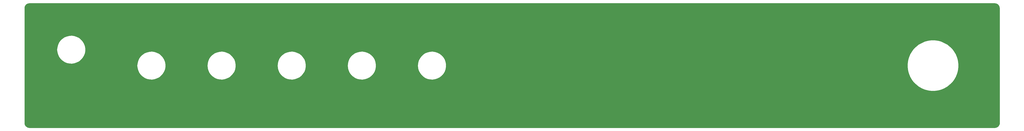
<source format=gtl>
G04 #@! TF.GenerationSoftware,KiCad,Pcbnew,5.1.10-88a1d61d58~90~ubuntu20.04.1*
G04 #@! TF.CreationDate,2021-08-11T09:12:16-04:00*
G04 #@! TF.ProjectId,single_ended_tube_amp_faceplate,73696e67-6c65-45f6-956e-6465645f7475,rev?*
G04 #@! TF.SameCoordinates,Original*
G04 #@! TF.FileFunction,Copper,L1,Top*
G04 #@! TF.FilePolarity,Positive*
%FSLAX46Y46*%
G04 Gerber Fmt 4.6, Leading zero omitted, Abs format (unit mm)*
G04 Created by KiCad (PCBNEW 5.1.10-88a1d61d58~90~ubuntu20.04.1) date 2021-08-11 09:12:16*
%MOMM*%
%LPD*%
G01*
G04 APERTURE LIST*
G04 #@! TA.AperFunction,NonConductor*
%ADD10C,0.254000*%
G04 #@! TD*
G04 #@! TA.AperFunction,NonConductor*
%ADD11C,0.150000*%
G04 #@! TD*
G04 APERTURE END LIST*
D10*
X385174545Y-698909D02*
X385525208Y-804780D01*
X385848625Y-976744D01*
X386132484Y-1208254D01*
X386365965Y-1490486D01*
X386540183Y-1812695D01*
X386648502Y-2162614D01*
X386690001Y-2557452D01*
X386690000Y-48227721D01*
X386651091Y-48624545D01*
X386545220Y-48975206D01*
X386373257Y-49298623D01*
X386141748Y-49582482D01*
X385859514Y-49815965D01*
X385537304Y-49990184D01*
X385187385Y-50098502D01*
X384792557Y-50140000D01*
X2572279Y-50140000D01*
X2175455Y-50101091D01*
X1824794Y-49995220D01*
X1501377Y-49823257D01*
X1217518Y-49591748D01*
X984035Y-49309514D01*
X809816Y-48987304D01*
X701498Y-48637385D01*
X660000Y-48242557D01*
X660000Y-25400000D01*
X45103500Y-25400000D01*
X45195045Y-26417149D01*
X45466738Y-27401607D01*
X45909846Y-28321731D01*
X46510128Y-29147948D01*
X47248290Y-29853703D01*
X48100607Y-30416312D01*
X49039685Y-30817693D01*
X50035340Y-31044945D01*
X51055573Y-31090764D01*
X52067591Y-30953677D01*
X53038867Y-30638090D01*
X53938185Y-30154147D01*
X54736638Y-29517401D01*
X55408565Y-28748319D01*
X55932369Y-27871619D01*
X56291214Y-26915479D01*
X56473568Y-25910630D01*
X56473568Y-25400000D01*
X72884750Y-25400000D01*
X72976295Y-26417149D01*
X73247988Y-27401607D01*
X73691096Y-28321731D01*
X74291378Y-29147948D01*
X75029540Y-29853703D01*
X75881857Y-30416312D01*
X76820935Y-30817693D01*
X77816590Y-31044945D01*
X78836823Y-31090764D01*
X79848841Y-30953677D01*
X80820117Y-30638090D01*
X81719435Y-30154147D01*
X82517888Y-29517401D01*
X83189815Y-28748319D01*
X83713619Y-27871619D01*
X84072464Y-26915479D01*
X84254818Y-25910630D01*
X84254818Y-25400000D01*
X100666000Y-25400000D01*
X100757545Y-26417149D01*
X101029238Y-27401607D01*
X101472346Y-28321731D01*
X102072628Y-29147948D01*
X102810790Y-29853703D01*
X103663107Y-30416312D01*
X104602185Y-30817693D01*
X105597840Y-31044945D01*
X106618073Y-31090764D01*
X107630091Y-30953677D01*
X108601367Y-30638090D01*
X109500685Y-30154147D01*
X110299138Y-29517401D01*
X110971065Y-28748319D01*
X111494869Y-27871619D01*
X111853714Y-26915479D01*
X112036068Y-25910630D01*
X112036068Y-25400000D01*
X128447250Y-25400000D01*
X128538795Y-26417149D01*
X128810488Y-27401607D01*
X129253596Y-28321731D01*
X129853878Y-29147948D01*
X130592040Y-29853703D01*
X131444357Y-30416312D01*
X132383435Y-30817693D01*
X133379090Y-31044945D01*
X134399323Y-31090764D01*
X135411341Y-30953677D01*
X136382617Y-30638090D01*
X137281935Y-30154147D01*
X138080388Y-29517401D01*
X138752315Y-28748319D01*
X139276119Y-27871619D01*
X139634964Y-26915479D01*
X139817318Y-25910630D01*
X139817318Y-25400000D01*
X156228500Y-25400000D01*
X156320045Y-26417149D01*
X156591738Y-27401607D01*
X157034846Y-28321731D01*
X157635128Y-29147948D01*
X158373290Y-29853703D01*
X159225607Y-30416312D01*
X160164685Y-30817693D01*
X161160340Y-31044945D01*
X162180573Y-31090764D01*
X163192591Y-30953677D01*
X164163867Y-30638090D01*
X165063185Y-30154147D01*
X165861638Y-29517401D01*
X166533565Y-28748319D01*
X167057369Y-27871619D01*
X167416214Y-26915479D01*
X167598568Y-25910630D01*
X167598568Y-24889370D01*
X167570112Y-24732561D01*
X350179350Y-24732561D01*
X350179350Y-26067439D01*
X350353586Y-27390897D01*
X350699078Y-28680290D01*
X351209914Y-29913556D01*
X351877353Y-31069594D01*
X352689975Y-32128624D01*
X353633876Y-33072525D01*
X354692906Y-33885147D01*
X355848944Y-34552586D01*
X357082210Y-35063422D01*
X358371603Y-35408914D01*
X359695061Y-35583150D01*
X361029939Y-35583150D01*
X362353397Y-35408914D01*
X363642790Y-35063422D01*
X364876056Y-34552586D01*
X366032094Y-33885147D01*
X367091124Y-33072525D01*
X368035025Y-32128624D01*
X368847647Y-31069594D01*
X369515086Y-29913556D01*
X370025922Y-28680290D01*
X370371414Y-27390897D01*
X370545650Y-26067439D01*
X370545650Y-24732561D01*
X370371414Y-23409103D01*
X370025922Y-22119710D01*
X369515086Y-20886444D01*
X368847647Y-19730406D01*
X368035025Y-18671376D01*
X367091124Y-17727475D01*
X366032094Y-16914853D01*
X364876056Y-16247414D01*
X363642790Y-15736578D01*
X362353397Y-15391086D01*
X361029939Y-15216850D01*
X359695061Y-15216850D01*
X358371603Y-15391086D01*
X357082210Y-15736578D01*
X355848944Y-16247414D01*
X354692906Y-16914853D01*
X353633876Y-17727475D01*
X352689975Y-18671376D01*
X351877353Y-19730406D01*
X351209914Y-20886444D01*
X350699078Y-22119710D01*
X350353586Y-23409103D01*
X350179350Y-24732561D01*
X167570112Y-24732561D01*
X167416214Y-23884521D01*
X167057369Y-22928381D01*
X166533565Y-22051681D01*
X165861638Y-21282599D01*
X165063185Y-20645853D01*
X164163867Y-20161910D01*
X163192591Y-19846323D01*
X162180573Y-19709236D01*
X161160340Y-19755055D01*
X160164685Y-19982307D01*
X159225607Y-20383688D01*
X158373290Y-20946297D01*
X157635128Y-21652052D01*
X157034846Y-22478269D01*
X156591738Y-23398393D01*
X156320045Y-24382851D01*
X156228500Y-25400000D01*
X139817318Y-25400000D01*
X139817318Y-24889370D01*
X139634964Y-23884521D01*
X139276119Y-22928381D01*
X138752315Y-22051681D01*
X138080388Y-21282599D01*
X137281935Y-20645853D01*
X136382617Y-20161910D01*
X135411341Y-19846323D01*
X134399323Y-19709236D01*
X133379090Y-19755055D01*
X132383435Y-19982307D01*
X131444357Y-20383688D01*
X130592040Y-20946297D01*
X129853878Y-21652052D01*
X129253596Y-22478269D01*
X128810488Y-23398393D01*
X128538795Y-24382851D01*
X128447250Y-25400000D01*
X112036068Y-25400000D01*
X112036068Y-24889370D01*
X111853714Y-23884521D01*
X111494869Y-22928381D01*
X110971065Y-22051681D01*
X110299138Y-21282599D01*
X109500685Y-20645853D01*
X108601367Y-20161910D01*
X107630091Y-19846323D01*
X106618073Y-19709236D01*
X105597840Y-19755055D01*
X104602185Y-19982307D01*
X103663107Y-20383688D01*
X102810790Y-20946297D01*
X102072628Y-21652052D01*
X101472346Y-22478269D01*
X101029238Y-23398393D01*
X100757545Y-24382851D01*
X100666000Y-25400000D01*
X84254818Y-25400000D01*
X84254818Y-24889370D01*
X84072464Y-23884521D01*
X83713619Y-22928381D01*
X83189815Y-22051681D01*
X82517888Y-21282599D01*
X81719435Y-20645853D01*
X80820117Y-20161910D01*
X79848841Y-19846323D01*
X78836823Y-19709236D01*
X77816590Y-19755055D01*
X76820935Y-19982307D01*
X75881857Y-20383688D01*
X75029540Y-20946297D01*
X74291378Y-21652052D01*
X73691096Y-22478269D01*
X73247988Y-23398393D01*
X72976295Y-24382851D01*
X72884750Y-25400000D01*
X56473568Y-25400000D01*
X56473568Y-24889370D01*
X56291214Y-23884521D01*
X55932369Y-22928381D01*
X55408565Y-22051681D01*
X54736638Y-21282599D01*
X53938185Y-20645853D01*
X53038867Y-20161910D01*
X52067591Y-19846323D01*
X51055573Y-19709236D01*
X50035340Y-19755055D01*
X49039685Y-19982307D01*
X48100607Y-20383688D01*
X47248290Y-20946297D01*
X46510128Y-21652052D01*
X45909846Y-22478269D01*
X45466738Y-23398393D01*
X45195045Y-24382851D01*
X45103500Y-25400000D01*
X660000Y-25400000D01*
X660000Y-19050000D01*
X13353500Y-19050000D01*
X13445045Y-20067149D01*
X13716738Y-21051607D01*
X14159846Y-21971731D01*
X14760128Y-22797948D01*
X15498290Y-23503703D01*
X16350607Y-24066312D01*
X17289685Y-24467693D01*
X18285340Y-24694945D01*
X19305573Y-24740764D01*
X20317591Y-24603677D01*
X21288867Y-24288090D01*
X22188185Y-23804147D01*
X22986638Y-23167401D01*
X23658565Y-22398319D01*
X24182369Y-21521619D01*
X24541214Y-20565479D01*
X24723568Y-19560630D01*
X24723568Y-18539370D01*
X24541214Y-17534521D01*
X24182369Y-16578381D01*
X23658565Y-15701681D01*
X22986638Y-14932599D01*
X22188185Y-14295853D01*
X21288867Y-13811910D01*
X20317591Y-13496323D01*
X19305573Y-13359236D01*
X18285340Y-13405055D01*
X17289685Y-13632307D01*
X16350607Y-14033688D01*
X15498290Y-14596297D01*
X14760128Y-15302052D01*
X14159846Y-16128269D01*
X13716738Y-17048393D01*
X13445045Y-18032851D01*
X13353500Y-19050000D01*
X660000Y-19050000D01*
X660000Y-2572279D01*
X698909Y-2175455D01*
X804780Y-1824792D01*
X976744Y-1501375D01*
X1208254Y-1217516D01*
X1490486Y-984035D01*
X1812695Y-809817D01*
X2162614Y-701498D01*
X2557443Y-660000D01*
X384777721Y-660000D01*
X385174545Y-698909D01*
G04 #@! TA.AperFunction,NonConductor*
D11*
G36*
X385174545Y-698909D02*
G01*
X385525208Y-804780D01*
X385848625Y-976744D01*
X386132484Y-1208254D01*
X386365965Y-1490486D01*
X386540183Y-1812695D01*
X386648502Y-2162614D01*
X386690001Y-2557452D01*
X386690000Y-48227721D01*
X386651091Y-48624545D01*
X386545220Y-48975206D01*
X386373257Y-49298623D01*
X386141748Y-49582482D01*
X385859514Y-49815965D01*
X385537304Y-49990184D01*
X385187385Y-50098502D01*
X384792557Y-50140000D01*
X2572279Y-50140000D01*
X2175455Y-50101091D01*
X1824794Y-49995220D01*
X1501377Y-49823257D01*
X1217518Y-49591748D01*
X984035Y-49309514D01*
X809816Y-48987304D01*
X701498Y-48637385D01*
X660000Y-48242557D01*
X660000Y-25400000D01*
X45103500Y-25400000D01*
X45195045Y-26417149D01*
X45466738Y-27401607D01*
X45909846Y-28321731D01*
X46510128Y-29147948D01*
X47248290Y-29853703D01*
X48100607Y-30416312D01*
X49039685Y-30817693D01*
X50035340Y-31044945D01*
X51055573Y-31090764D01*
X52067591Y-30953677D01*
X53038867Y-30638090D01*
X53938185Y-30154147D01*
X54736638Y-29517401D01*
X55408565Y-28748319D01*
X55932369Y-27871619D01*
X56291214Y-26915479D01*
X56473568Y-25910630D01*
X56473568Y-25400000D01*
X72884750Y-25400000D01*
X72976295Y-26417149D01*
X73247988Y-27401607D01*
X73691096Y-28321731D01*
X74291378Y-29147948D01*
X75029540Y-29853703D01*
X75881857Y-30416312D01*
X76820935Y-30817693D01*
X77816590Y-31044945D01*
X78836823Y-31090764D01*
X79848841Y-30953677D01*
X80820117Y-30638090D01*
X81719435Y-30154147D01*
X82517888Y-29517401D01*
X83189815Y-28748319D01*
X83713619Y-27871619D01*
X84072464Y-26915479D01*
X84254818Y-25910630D01*
X84254818Y-25400000D01*
X100666000Y-25400000D01*
X100757545Y-26417149D01*
X101029238Y-27401607D01*
X101472346Y-28321731D01*
X102072628Y-29147948D01*
X102810790Y-29853703D01*
X103663107Y-30416312D01*
X104602185Y-30817693D01*
X105597840Y-31044945D01*
X106618073Y-31090764D01*
X107630091Y-30953677D01*
X108601367Y-30638090D01*
X109500685Y-30154147D01*
X110299138Y-29517401D01*
X110971065Y-28748319D01*
X111494869Y-27871619D01*
X111853714Y-26915479D01*
X112036068Y-25910630D01*
X112036068Y-25400000D01*
X128447250Y-25400000D01*
X128538795Y-26417149D01*
X128810488Y-27401607D01*
X129253596Y-28321731D01*
X129853878Y-29147948D01*
X130592040Y-29853703D01*
X131444357Y-30416312D01*
X132383435Y-30817693D01*
X133379090Y-31044945D01*
X134399323Y-31090764D01*
X135411341Y-30953677D01*
X136382617Y-30638090D01*
X137281935Y-30154147D01*
X138080388Y-29517401D01*
X138752315Y-28748319D01*
X139276119Y-27871619D01*
X139634964Y-26915479D01*
X139817318Y-25910630D01*
X139817318Y-25400000D01*
X156228500Y-25400000D01*
X156320045Y-26417149D01*
X156591738Y-27401607D01*
X157034846Y-28321731D01*
X157635128Y-29147948D01*
X158373290Y-29853703D01*
X159225607Y-30416312D01*
X160164685Y-30817693D01*
X161160340Y-31044945D01*
X162180573Y-31090764D01*
X163192591Y-30953677D01*
X164163867Y-30638090D01*
X165063185Y-30154147D01*
X165861638Y-29517401D01*
X166533565Y-28748319D01*
X167057369Y-27871619D01*
X167416214Y-26915479D01*
X167598568Y-25910630D01*
X167598568Y-24889370D01*
X167570112Y-24732561D01*
X350179350Y-24732561D01*
X350179350Y-26067439D01*
X350353586Y-27390897D01*
X350699078Y-28680290D01*
X351209914Y-29913556D01*
X351877353Y-31069594D01*
X352689975Y-32128624D01*
X353633876Y-33072525D01*
X354692906Y-33885147D01*
X355848944Y-34552586D01*
X357082210Y-35063422D01*
X358371603Y-35408914D01*
X359695061Y-35583150D01*
X361029939Y-35583150D01*
X362353397Y-35408914D01*
X363642790Y-35063422D01*
X364876056Y-34552586D01*
X366032094Y-33885147D01*
X367091124Y-33072525D01*
X368035025Y-32128624D01*
X368847647Y-31069594D01*
X369515086Y-29913556D01*
X370025922Y-28680290D01*
X370371414Y-27390897D01*
X370545650Y-26067439D01*
X370545650Y-24732561D01*
X370371414Y-23409103D01*
X370025922Y-22119710D01*
X369515086Y-20886444D01*
X368847647Y-19730406D01*
X368035025Y-18671376D01*
X367091124Y-17727475D01*
X366032094Y-16914853D01*
X364876056Y-16247414D01*
X363642790Y-15736578D01*
X362353397Y-15391086D01*
X361029939Y-15216850D01*
X359695061Y-15216850D01*
X358371603Y-15391086D01*
X357082210Y-15736578D01*
X355848944Y-16247414D01*
X354692906Y-16914853D01*
X353633876Y-17727475D01*
X352689975Y-18671376D01*
X351877353Y-19730406D01*
X351209914Y-20886444D01*
X350699078Y-22119710D01*
X350353586Y-23409103D01*
X350179350Y-24732561D01*
X167570112Y-24732561D01*
X167416214Y-23884521D01*
X167057369Y-22928381D01*
X166533565Y-22051681D01*
X165861638Y-21282599D01*
X165063185Y-20645853D01*
X164163867Y-20161910D01*
X163192591Y-19846323D01*
X162180573Y-19709236D01*
X161160340Y-19755055D01*
X160164685Y-19982307D01*
X159225607Y-20383688D01*
X158373290Y-20946297D01*
X157635128Y-21652052D01*
X157034846Y-22478269D01*
X156591738Y-23398393D01*
X156320045Y-24382851D01*
X156228500Y-25400000D01*
X139817318Y-25400000D01*
X139817318Y-24889370D01*
X139634964Y-23884521D01*
X139276119Y-22928381D01*
X138752315Y-22051681D01*
X138080388Y-21282599D01*
X137281935Y-20645853D01*
X136382617Y-20161910D01*
X135411341Y-19846323D01*
X134399323Y-19709236D01*
X133379090Y-19755055D01*
X132383435Y-19982307D01*
X131444357Y-20383688D01*
X130592040Y-20946297D01*
X129853878Y-21652052D01*
X129253596Y-22478269D01*
X128810488Y-23398393D01*
X128538795Y-24382851D01*
X128447250Y-25400000D01*
X112036068Y-25400000D01*
X112036068Y-24889370D01*
X111853714Y-23884521D01*
X111494869Y-22928381D01*
X110971065Y-22051681D01*
X110299138Y-21282599D01*
X109500685Y-20645853D01*
X108601367Y-20161910D01*
X107630091Y-19846323D01*
X106618073Y-19709236D01*
X105597840Y-19755055D01*
X104602185Y-19982307D01*
X103663107Y-20383688D01*
X102810790Y-20946297D01*
X102072628Y-21652052D01*
X101472346Y-22478269D01*
X101029238Y-23398393D01*
X100757545Y-24382851D01*
X100666000Y-25400000D01*
X84254818Y-25400000D01*
X84254818Y-24889370D01*
X84072464Y-23884521D01*
X83713619Y-22928381D01*
X83189815Y-22051681D01*
X82517888Y-21282599D01*
X81719435Y-20645853D01*
X80820117Y-20161910D01*
X79848841Y-19846323D01*
X78836823Y-19709236D01*
X77816590Y-19755055D01*
X76820935Y-19982307D01*
X75881857Y-20383688D01*
X75029540Y-20946297D01*
X74291378Y-21652052D01*
X73691096Y-22478269D01*
X73247988Y-23398393D01*
X72976295Y-24382851D01*
X72884750Y-25400000D01*
X56473568Y-25400000D01*
X56473568Y-24889370D01*
X56291214Y-23884521D01*
X55932369Y-22928381D01*
X55408565Y-22051681D01*
X54736638Y-21282599D01*
X53938185Y-20645853D01*
X53038867Y-20161910D01*
X52067591Y-19846323D01*
X51055573Y-19709236D01*
X50035340Y-19755055D01*
X49039685Y-19982307D01*
X48100607Y-20383688D01*
X47248290Y-20946297D01*
X46510128Y-21652052D01*
X45909846Y-22478269D01*
X45466738Y-23398393D01*
X45195045Y-24382851D01*
X45103500Y-25400000D01*
X660000Y-25400000D01*
X660000Y-19050000D01*
X13353500Y-19050000D01*
X13445045Y-20067149D01*
X13716738Y-21051607D01*
X14159846Y-21971731D01*
X14760128Y-22797948D01*
X15498290Y-23503703D01*
X16350607Y-24066312D01*
X17289685Y-24467693D01*
X18285340Y-24694945D01*
X19305573Y-24740764D01*
X20317591Y-24603677D01*
X21288867Y-24288090D01*
X22188185Y-23804147D01*
X22986638Y-23167401D01*
X23658565Y-22398319D01*
X24182369Y-21521619D01*
X24541214Y-20565479D01*
X24723568Y-19560630D01*
X24723568Y-18539370D01*
X24541214Y-17534521D01*
X24182369Y-16578381D01*
X23658565Y-15701681D01*
X22986638Y-14932599D01*
X22188185Y-14295853D01*
X21288867Y-13811910D01*
X20317591Y-13496323D01*
X19305573Y-13359236D01*
X18285340Y-13405055D01*
X17289685Y-13632307D01*
X16350607Y-14033688D01*
X15498290Y-14596297D01*
X14760128Y-15302052D01*
X14159846Y-16128269D01*
X13716738Y-17048393D01*
X13445045Y-18032851D01*
X13353500Y-19050000D01*
X660000Y-19050000D01*
X660000Y-2572279D01*
X698909Y-2175455D01*
X804780Y-1824792D01*
X976744Y-1501375D01*
X1208254Y-1217516D01*
X1490486Y-984035D01*
X1812695Y-809817D01*
X2162614Y-701498D01*
X2557443Y-660000D01*
X384777721Y-660000D01*
X385174545Y-698909D01*
G37*
G04 #@! TD.AperFunction*
M02*

</source>
